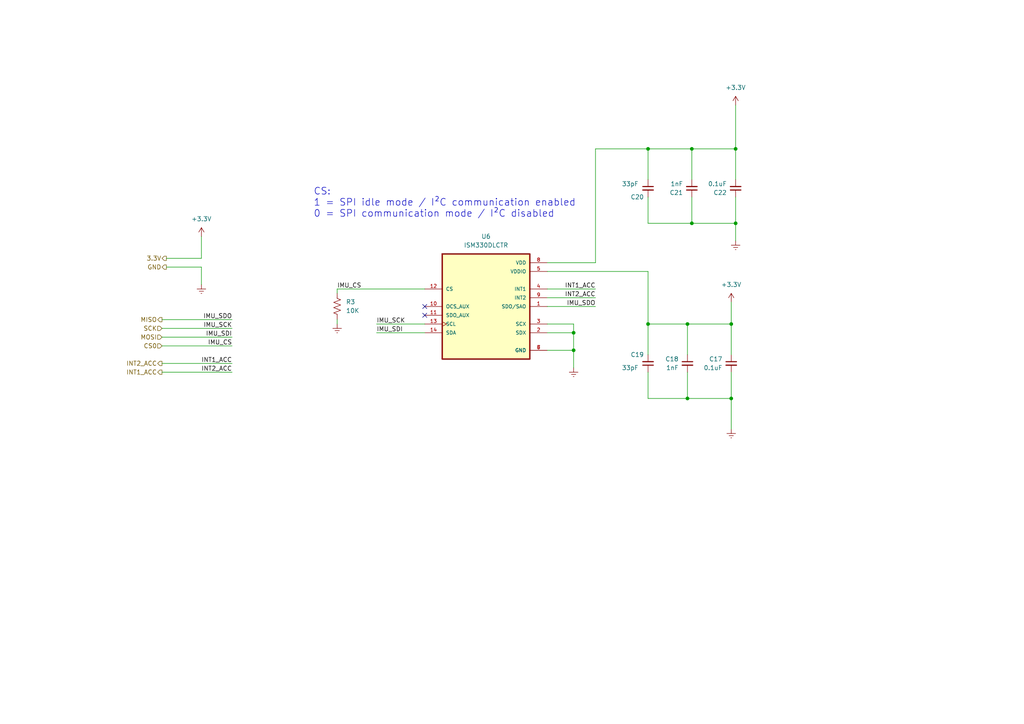
<source format=kicad_sch>
(kicad_sch (version 20250114) (generator "eeschema") (generator_version "9.0")
  (paper "A4")
  (title_block (title "Accelerometer Sensor") (date "2023-07-02") (rev "02") (company "Electronial") (comment 1 "Designed by Electronial") (comment 2 "https://danielismail.com/  ") (comment 3 "Property of NOVOAI[FIVERR]") (comment 4 "@Copyright & Reserved "))
  (lib_symbols
    (symbol "Device:C_Small" (pin_numbers (hide yes)) (pin_names (offset 0.254) (hide yes))
      (property "Reference" "C" (at 0.254 1.778 0))
      (property "Value" "C_Small" (at 0.254 -2.032 0))
      (symbol "C_Small_0_1"
        (polyline (pts (xy -1.524 0.508) (xy 1.524 0.508)) (stroke (width 0.3048)))
        (polyline (pts (xy -1.524 -0.508) (xy 1.524 -0.508)) (stroke (width 0.3302)))
      )
      (symbol "C_Small_1_1"
        (pin passive line (at 0 2.54 270) (length 2.032) (name "~") (number "1"))
        (pin passive line (at 0 -2.54 90) (length 2.032) (name "~") (number "2"))
      )
    )
    (symbol "Device:R_US" (pin_numbers (hide yes)) (pin_names (offset 0))
      (property "Reference" "R" (at 2.54 0 90))
      (property "Value" "R_US" (at -2.54 0 90))
      (symbol "R_US_0_1"
        (polyline (pts (xy 0 2.286) (xy 0 2.54)))
        (polyline (pts (xy 0 2.286) (xy 1.016 1.905) (xy 0 1.524) (xy -1.016 1.143) (xy 0 0.762)))
        (polyline (pts (xy 0 0.762) (xy 1.016 0.381) (xy 0 0) (xy -1.016 -0.381) (xy 0 -0.762)))
        (polyline (pts (xy 0 -0.762) (xy 1.016 -1.143) (xy 0 -1.524) (xy -1.016 -1.905) (xy 0 -2.286)))
        (polyline (pts (xy 0 -2.286) (xy 0 -2.54)))
      )
      (symbol "R_US_1_1"
        (pin passive line (at 0 3.81 270) (length 1.27) (name "~") (number "1"))
        (pin passive line (at 0 -3.81 90) (length 1.27) (name "~") (number "2"))
      )
    )
    (symbol "ISM330DLCTR:ISM330DLCTR" (pin_names (offset 1.016))
      (property "Reference" "U" (at -12.7079 15.2494 0))
      (property "Value" "ISM330DLCTR" (at -12.7243 -17.814 0))
      (symbol "ISM330DLCTR_0_0"
        (rectangle (start -12.7 -15.24) (end 12.7 15.24) (stroke (width 0.41)) (fill (type background)))
        (pin input line (at -17.78 5.08 0) (length 5.08) (name "CS") (number "12"))
        (pin bidirectional line (at -17.78 0 0) (length 5.08) (name "OCS_AUX") (number "10"))
        (pin bidirectional line (at -17.78 -2.54 0) (length 5.08) (name "SDO_AUX") (number "11"))
        (pin bidirectional clock (at -17.78 -5.08 0) (length 5.08) (name "SCL") (number "13"))
        (pin bidirectional line (at -17.78 -7.62 0) (length 5.08) (name "SDA") (number "14"))
        (pin power_in line (at 17.78 12.7 180) (length 5.08) (name "VDD") (number "8"))
        (pin power_in line (at 17.78 10.16 180) (length 5.08) (name "VDDIO") (number "5"))
        (pin output line (at 17.78 5.08 180) (length 5.08) (name "INT1") (number "4"))
        (pin output line (at 17.78 2.54 180) (length 5.08) (name "INT2") (number "9"))
        (pin output line (at 17.78 0 180) (length 5.08) (name "SDO/SAO") (number "1"))
        (pin bidirectional line (at 17.78 -5.08 180) (length 5.08) (name "SCX") (number "3"))
        (pin bidirectional line (at 17.78 -7.62 180) (length 5.08) (name "SDX") (number "2"))
        (pin power_in line (at 17.78 -12.7 180) (length 5.08) (name "GND") (number "6"))
        (pin power_in line (at 17.78 -12.7 180) (length 5.08) (name "GND") (number "7"))
      )
    )
    (symbol "power:+3.3V" (power) (pin_names (offset 0))
      (property "Value" "+3.3V" (at 0 3.556 0))
      (symbol "+3.3V_0_1"
        (polyline (pts (xy -0.762 1.27) (xy 0 2.54)))
        (polyline (pts (xy 0 2.54) (xy 0.762 1.27)))
        (polyline (pts (xy 0 0) (xy 0 2.54)))
      )
      (symbol "+3.3V_1_1"
        (pin power_in line (at 0 0 90) (length 0) (hide yes) (name "+3.3V") (number "1"))
      )
    )
    (symbol "power:Earth" (power) (pin_names (offset 0))
      (symbol "Earth_0_1"
        (polyline (pts (xy -0.635 -1.905) (xy 0.635 -1.905)))
        (polyline (pts (xy -0.127 -2.54) (xy 0.127 -2.54)))
        (polyline (pts (xy 0 -1.27) (xy 0 0)))
        (polyline (pts (xy 1.27 -1.27) (xy -1.27 -1.27)))
      )
      (symbol "Earth_1_1"
        (pin power_in line (at 0 0 270) (length 0) (hide yes) (name "Earth") (number "1"))
      )
    )
  )
  (text "CS: \n1 = SPI idle mode / I²C communication enabled\n0 = SPI communication mode / I²C disabled" (at 90.932 63.246 0) (effects (font (size 2 2)) (justify left bottom)))
  (junction (at 166.37 96.52))
  (junction (at 213.36 43.18))
  (junction (at 213.36 64.77))
  (junction (at 200.66 64.77))
  (junction (at 166.37 101.6))
  (junction (at 200.66 43.18))
  (junction (at 199.39 115.57))
  (junction (at 199.39 93.98))
  (junction (at 187.96 43.18))
  (junction (at 212.09 93.98))
  (junction (at 187.96 93.98))
  (junction (at 212.09 115.57))
  (no_connect (at 123.19 91.44))
  (no_connect (at 123.19 88.9))
  (wire (pts (xy 166.37 93.98) (xy 166.37 96.52)))
  (wire (pts (xy 158.75 78.74) (xy 187.96 78.74)))
  (wire (pts (xy 46.99 105.41) (xy 67.31 105.41)))
  (wire (pts (xy 200.66 64.77) (xy 213.36 64.77)))
  (wire (pts (xy 213.36 57.15) (xy 213.36 64.77)))
  (wire (pts (xy 187.96 57.15) (xy 187.96 64.77)))
  (wire (pts (xy 97.79 92.6567) (xy 97.79 93.98)))
  (wire (pts (xy 109.22 93.98) (xy 123.19 93.98)))
  (wire (pts (xy 172.72 83.82) (xy 158.75 83.82)))
  (wire (pts (xy 187.96 43.18) (xy 200.66 43.18)))
  (wire (pts (xy 213.36 64.77) (xy 213.36 69.85)))
  (wire (pts (xy 212.09 107.95) (xy 212.09 115.57)))
  (wire (pts (xy 97.79 83.82) (xy 97.79 85.0367)))
  (wire (pts (xy 172.72 43.18) (xy 187.96 43.18)))
  (wire (pts (xy 46.99 97.79) (xy 67.31 97.79)))
  (wire (pts (xy 187.96 93.98) (xy 187.96 102.87)))
  (wire (pts (xy 172.72 86.36) (xy 158.75 86.36)))
  (wire (pts (xy 158.75 76.2) (xy 172.72 76.2)))
  (wire (pts (xy 212.09 93.98) (xy 199.39 93.98)))
  (wire (pts (xy 200.66 57.15) (xy 200.66 64.77)))
  (wire (pts (xy 158.75 101.6) (xy 166.37 101.6)))
  (wire (pts (xy 199.39 115.57) (xy 212.09 115.57)))
  (wire (pts (xy 46.99 92.71) (xy 67.31 92.71)))
  (wire (pts (xy 212.09 115.57) (xy 212.09 124.46)))
  (wire (pts (xy 46.99 95.25) (xy 67.31 95.25)))
  (wire (pts (xy 187.96 107.95) (xy 187.96 115.57)))
  (wire (pts (xy 213.36 43.18) (xy 213.36 52.07)))
  (wire (pts (xy 212.09 93.98) (xy 212.09 102.87)))
  (wire (pts (xy 48.26 77.47) (xy 58.42 77.47)))
  (wire (pts (xy 48.26 74.93) (xy 58.42 74.93)))
  (wire (pts (xy 58.42 82.55) (xy 58.42 77.47)))
  (wire (pts (xy 58.42 68.58) (xy 58.42 74.93)))
  (wire (pts (xy 109.22 96.52) (xy 123.19 96.52)))
  (wire (pts (xy 46.99 107.95) (xy 67.31 107.95)))
  (wire (pts (xy 187.96 115.57) (xy 199.39 115.57)))
  (wire (pts (xy 199.39 93.98) (xy 187.96 93.98)))
  (wire (pts (xy 97.79 83.82) (xy 123.19 83.82)))
  (wire (pts (xy 166.37 96.52) (xy 166.37 101.6)))
  (wire (pts (xy 199.39 93.98) (xy 199.39 102.87)))
  (wire (pts (xy 187.96 78.74) (xy 187.96 93.98)))
  (wire (pts (xy 46.99 100.33) (xy 67.31 100.33)))
  (wire (pts (xy 200.66 52.07) (xy 200.66 43.18)))
  (wire (pts (xy 213.36 30.48) (xy 213.36 43.18)))
  (wire (pts (xy 166.37 101.6) (xy 166.37 106.68)))
  (wire (pts (xy 158.75 88.9) (xy 172.72 88.9)))
  (wire (pts (xy 158.75 93.98) (xy 166.37 93.98)))
  (wire (pts (xy 200.66 43.18) (xy 213.36 43.18)))
  (wire (pts (xy 158.75 96.52) (xy 166.37 96.52)))
  (wire (pts (xy 172.72 76.2) (xy 172.72 43.18)))
  (wire (pts (xy 199.39 107.95) (xy 199.39 115.57)))
  (wire (pts (xy 212.09 87.63) (xy 212.09 93.98)))
  (wire (pts (xy 187.96 64.77) (xy 200.66 64.77)))
  (wire (pts (xy 187.96 43.18) (xy 187.96 52.07)))
  (label "INT1_ACC" (at 172.72 83.82 180))
  (label "IMU_SCK" (at 109.22 93.98 0))
  (label "IMU_SDI" (at 109.22 96.52 0))
  (label "IMU_SDO" (at 172.72 88.9 180))
  (label "INT2_ACC" (at 172.72 86.36 180))
  (label "IMU_CS" (at 97.79 83.82 0))
  (label "IMU_CS" (at 67.31 100.33 180))
  (label "INT1_ACC" (at 67.31 105.41 180))
  (label "INT2_ACC" (at 67.31 107.95 180))
  (label "IMU_SCK" (at 67.31 95.25 180))
  (label "IMU_SDO" (at 67.31 92.71 180))
  (label "IMU_SDI" (at 67.31 97.79 180))
  (hierarchical_label "CS0" (shape input) (at 46.99 100.33 180))
  (hierarchical_label "GND" (shape output) (at 48.26 77.47 180))
  (hierarchical_label "INT2_ACC" (shape output) (at 46.99 105.41 180))
  (hierarchical_label "SCK" (shape input) (at 46.99 95.25 180))
  (hierarchical_label "MOSI" (shape input) (at 46.99 97.79 180))
  (hierarchical_label "INT1_ACC" (shape output) (at 46.99 107.95 180))
  (hierarchical_label "MISO" (shape output) (at 46.99 92.71 180))
  (hierarchical_label "3.3V" (shape output) (at 48.26 74.93 180))
  (symbol (lib_id "power:+3.3V") (at 212.09 87.63 0) (unit 1)
    (property "Reference" "#PWR0167" (effects (hide yes)))
    (property "Value" "+3.3V" (at 212.09 82.55 0))
  )
  (symbol (lib_id "power:Earth") (at 97.79 93.98 0) (unit 1)
    (property "Reference" "#PWR05" (effects (hide yes)))
    (property "Value" "Earth" (effects (hide yes)))
  )
  (symbol (lib_id "Device:C_Small") (at 187.96 54.61 0) (unit 1)
    (property "Reference" "C20" (at 182.88 57.15 0) (effects (justify left)))
    (property "Value" "33pF" (at 180.34 53.34 0) (effects (justify left)))
    (property "Footprint" "Capacitor_SMD:C_0603_1608Metric_Pad1.08x0.95mm_HandSolder" (effects (hide yes)))
    (property "PRICE" "0.1" (effects (hide yes)))
    (property "Manufacturer_Part_Number" "0603N330G500CT" (effects (hide yes)))
    (property "LCSC mfr" "CC0603GRNPO9BN330" (effects (hide yes)))
  )
  (symbol (lib_id "Device:C_Small") (at 200.66 54.61 180) (unit 1)
    (property "Reference" "C21" (at 198.12 55.88 0) (effects (justify left)))
    (property "Value" "1nF" (at 198.12 53.34 0) (effects (justify left)))
    (property "Footprint" "Capacitor_SMD:C_0603_1608Metric_Pad1.08x0.95mm_HandSolder" (effects (hide yes)))
    (property "PRICE" "0.1" (effects (hide yes)))
    (property "Manufacturer_Part_Number" "0603N102F500CT" (effects (hide yes)))
    (property "LCSC mfr" "0603B102J500NT" (effects (hide yes)))
  )
  (symbol (lib_id "power:Earth") (at 58.42 82.55 0) (unit 1)
    (property "Reference" "#PWR0164" (effects (hide yes)))
    (property "Value" "Earth" (effects (hide yes)))
  )
  (symbol (lib_id "Device:C_Small") (at 213.36 54.61 180) (unit 1)
    (property "Reference" "C22" (at 210.82 55.8738 0) (effects (justify left)))
    (property "Value" "0.1uF" (at 210.82 53.3338 0) (effects (justify left)))
    (property "Footprint" "Capacitor_SMD:C_0603_1608Metric_Pad1.08x0.95mm_HandSolder" (effects (hide yes)))
    (property "PRICE" "0.1" (effects (hide yes)))
    (property "Manufacturer_Part_Number" "CL10B104JB8NNND" (effects (hide yes)))
    (property "LCSC mfr" "TCC0603X7R104K500CT" (effects (hide yes)))
  )
  (symbol (lib_id "Device:R_US") (at 97.79 88.8467 180) (unit 1)
    (property "Reference" "R3" (at 100.33 87.5766 0) (effects (justify right)))
    (property "Value" "10K" (at 100.33 90.1166 0) (effects (justify right)))
    (property "Footprint" "Resistor_SMD:R_0603_1608Metric_Pad0.98x0.95mm_HandSolder" (effects (hide yes)))
    (property "PRICE" "0.1" (effects (hide yes)))
    (property "Manufacturer_Part_Number" "CRGH0603F10K" (effects (hide yes)))
    (property "LCSC mfr" "RC0603FR-7W10KL" (effects (hide yes)))
  )
  (symbol (lib_id "power:+3.3V") (at 213.36 30.48 0) (unit 1)
    (property "Reference" "#PWR010" (effects (hide yes)))
    (property "Value" "+3.3V" (at 213.36 25.4 0))
  )
  (symbol (lib_id "power:Earth") (at 213.36 69.85 0) (unit 1)
    (property "Reference" "#PWR0161" (effects (hide yes)))
    (property "Value" "Earth" (effects (hide yes)))
  )
  (symbol (lib_id "power:Earth") (at 212.09 124.46 0) (unit 1)
    (property "Reference" "#PWR0163" (effects (hide yes)))
    (property "Value" "Earth" (effects (hide yes)))
  )
  (symbol (lib_id "power:+3.3V") (at 58.42 68.58 0) (unit 1)
    (property "Reference" "#PWR0165" (effects (hide yes)))
    (property "Value" "+3.3V" (at 58.42 63.5 0))
  )
  (symbol (lib_id "Device:C_Small") (at 199.39 105.41 0) (mirror y) (unit 1)
    (property "Reference" "C18" (at 196.85 104.14 0) (effects (justify left)))
    (property "Value" "1nF" (at 196.85 106.68 0) (effects (justify left)))
    (property "Footprint" "Capacitor_SMD:C_0603_1608Metric_Pad1.08x0.95mm_HandSolder" (effects (hide yes)))
    (property "PRICE" "0.1" (effects (hide yes)))
    (property "Manufacturer_Part_Number" "0603N102F500CT" (effects (hide yes)))
    (property "LCSC mfr" "0603B102J500NT" (effects (hide yes)))
  )
  (symbol (lib_id "Device:C_Small") (at 187.96 105.41 0) (mirror x) (unit 1)
    (property "Reference" "C19" (at 182.88 102.87 0) (effects (justify left)))
    (property "Value" "33pF" (at 180.34 106.68 0) (effects (justify left)))
    (property "Footprint" "Capacitor_SMD:C_0603_1608Metric_Pad1.08x0.95mm_HandSolder" (effects (hide yes)))
    (property "PRICE" "0.1" (effects (hide yes)))
    (property "Manufacturer_Part_Number" "0603N330G500CT" (effects (hide yes)))
    (property "LCSC mfr" "CC0603GRNPO9BN330" (effects (hide yes)))
  )
  (symbol (lib_id "power:Earth") (at 166.37 106.68 0) (mirror y) (unit 1)
    (property "Reference" "#PWR09" (effects (hide yes)))
    (property "Value" "Earth" (effects (hide yes)))
  )
  (symbol (lib_id "ISM330DLCTR:ISM330DLCTR") (at 140.97 88.9 0) (unit 1)
    (property "Reference" "U6" (at 140.97 68.58 0))
    (property "Value" "ISM330DLCTR" (at 140.97 71.12 0))
    (property "Footprint" "Footprint:PQFN50P250X300X86-14N" (effects (hide yes)))
    (property "Datasheet" "https://www.st.com/resource/en/datasheet/ism330dlc.pdf" (effects (hide yes)))
    (property "PARTREV" "2" (effects (hide yes)))
    (property "MANUFACTURER" "STMicroelectronics" (effects (hide yes)))
    (property "STANDARD" "IPC-7351B" (effects (hide yes)))
    (property "Manufacturer_Part_Number" "ISM330DLCTR" (effects (hide yes)))
  )
  (symbol (lib_id "Device:C_Small") (at 212.09 105.41 0) (mirror y) (unit 1)
    (property "Reference" "C17" (at 209.55 104.1462 0) (effects (justify left)))
    (property "Value" "0.1uF" (at 209.55 106.6862 0) (effects (justify left)))
    (property "Footprint" "Capacitor_SMD:C_0603_1608Metric_Pad1.08x0.95mm_HandSolder" (effects (hide yes)))
    (property "PRICE" "0.1" (effects (hide yes)))
    (property "Manufacturer_Part_Number" "CL10B104JB8NNND" (effects (hide yes)))
    (property "LCSC mfr" "TCC0603X7R104K500CT" (effects (hide yes)))
  )
)
</source>
